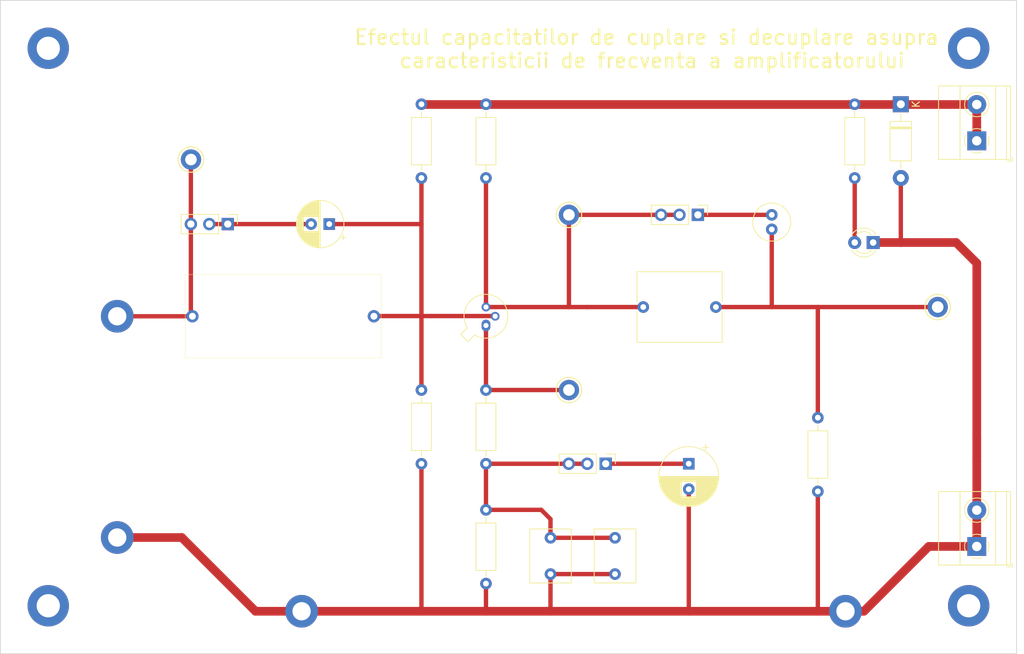
<source format=kicad_pcb>
(kicad_pcb (version 20221018) (generator pcbnew)
  (layers (0 "F.Cu" signal) (31 "B.Cu" signal) (34 "B.Paste" user) (35 "F.Paste" user) (36 "B.SilkS" user "B.Silkscreen") (37 "F.SilkS" user "F.Silkscreen") (38 "B.Mask" user) (39 "F.Mask" user) (44 "Edge.Cuts" user))
  (net 0 "")
  (net 1 "Net-(C11-Pad1)")
  (net 2 "IN")
  (net 3 "Net-(J1-Pad1)")
  (net 4 "Net-(J3-Pad1)")
  (net 5 "GND")
  (net 6 "Net-(Q1-Pad3)")
  (net 7 "Net-(C31-Pad2)")
  (net 8 "Net-(C32-Pad1)")
  (net 9 "Net-(J3-Pad2)")
  (net 10 "Net-(R6-Pad2)")
  (net 11 "Net-(R1-Pad1)")
  (net 12 "Net-(Q1-Pad1)")
  (footprint "TerminalBlock_Phoenix:TerminalBlock_Phoenix_MKDS-1,5-2_1x02_P5.00mm_Horizontal" (layer "F.Cu") (at 218.745 118.07 90)
    (fp_text reference "J5" hide)
    (fp_text value "Screw_Terminal_01x02")
    (pad "1" thru_hole rect (at 0 0 90) (size 2.6 2.6) (drill 1.3) (layers "*.Cu" "*.Mask") (net 5 "GND"))
    (pad "2" thru_hole circle (at 5 0 90) (size 2.6 2.6) (drill 1.3) (layers "*.Cu" "*.Mask") (net 5 "GND"))
  )
  (footprint "Connector_PinHeader_2.54mm:PinHeader_1x03_P2.54mm_Vertical" (layer "F.Cu") (at 180.325 72.39 -90)
    (fp_text reference "J2" hide)
    (fp_text value "Conn_01x03_Male")
    (pad "1" thru_hole rect (at 0 0 270) (size 1.7 1.7) (drill 1) (layers "*.Cu" "*.Mask") (net 8 "Net-(C32-Pad1)"))
    (pad "2" thru_hole oval (at 0 2.54 270) (size 1.7 1.7) (drill 1) (layers "*.Cu" "*.Mask") (net 6 "Net-(Q1-Pad3)"))
    (pad "3" thru_hole oval (at 0 5.08 270) (size 1.7 1.7) (drill 1) (layers "*.Cu" "*.Mask") (net 6 "Net-(Q1-Pad3)"))
  )
  (footprint "User_Footprints_Global:Kesytone TP Multipurpose 5013" (layer "F.Cu") (at 162.56 72.39)
    (fp_text reference "TP2" hide)
    (fp_text value "TestPoint")
    (pad "1" thru_hole circle (at 0 0) (size 2.8 2.8) (drill 1.6) (layers "*.Cu" "*.Mask") (net 6 "Net-(Q1-Pad3)"))
  )
  (footprint "MountingHole:MountingHole_3.2mm_M3_ISO7380_Pad_TopBottom" (layer "F.Cu") (at 90.83 126.24)
    (fp_text reference "H4" hide)
    (fp_text value "MountingHole")
    (pad "1" thru_hole circle (at 0 0) (size 3.6 3.6) (drill 3.2) (layers "*.Cu" "*.Mask"))
    (pad "1" connect circle (at 0 0) (size 5.7 5.7) (layers "F.Cu" "F.Mask"))
    (pad "1" connect circle (at 0 0) (size 5.7 5.7) (layers "B.Cu" "B.Mask"))
  )
  (footprint "Diode_THT:D_DO-41_SOD81_P10.16mm_Horizontal" (layer "F.Cu") (at 208.28 57.15 -90)
    (fp_text reference "D2" hide)
    (fp_text value "1N4001")
    (fp_text user "K" (at 0 -2.1 90) (layer "F.SilkS"))
    (pad "1" thru_hole rect (at 0 0 270) (size 2.2 2.2) (drill 1.1) (layers "*.Cu" "*.Mask") (net 11 "Net-(R1-Pad1)"))
    (pad "2" thru_hole oval (at 10.16 0 270) (size 2.2 2.2) (drill 1.1) (layers "*.Cu" "*.Mask") (net 5 "GND"))
  )
  (footprint "Capacitor_THT:CP_Radial_D6.3mm_P2.50mm" (layer "F.Cu") (at 129.54 73.66 180)
    (fp_text reference "C12" hide)
    (fp_text value "10 uF")
    (pad "1" thru_hole rect (at 0 0 180) (size 1.6 1.6) (drill 0.8) (layers "*.Cu" "*.Mask") (net 1 "Net-(C11-Pad1)"))
    (pad "2" thru_hole circle (at 2.5 0 180) (size 1.6 1.6) (drill 0.8) (layers "*.Cu" "*.Mask") (net 3 "Net-(J1-Pad1)"))
  )
  (footprint "Resistor_THT:R_Axial_DIN0207_L6.3mm_D2.5mm_P10.16mm_Horizontal" (layer "F.Cu") (at 201.93 57.15 -90)
    (fp_text reference "R6" hide)
    (fp_text value "5 k")
    (pad "1" thru_hole circle (at 0 0 270) (size 1.6 1.6) (drill 0.8) (layers "*.Cu" "*.Mask") (net 11 "Net-(R1-Pad1)"))
    (pad "2" thru_hole oval (at 10.16 0 270) (size 1.6 1.6) (drill 0.8) (layers "*.Cu" "*.Mask") (net 10 "Net-(R6-Pad2)"))
  )
  (footprint "MountingHole:MountingHole_3.2mm_M3_ISO7380_Pad_TopBottom" (layer "F.Cu") (at 90.83 49.44)
    (fp_text reference "H2" hide)
    (fp_text value "MountingHole")
    (pad "1" thru_hole circle (at 0 0) (size 3.6 3.6) (drill 3.2) (layers "*.Cu" "*.Mask"))
    (pad "1" connect circle (at 0 0) (size 5.7 5.7) (layers "F.Cu" "F.Mask"))
    (pad "1" connect circle (at 0 0) (size 5.7 5.7) (layers "B.Cu" "B.Mask"))
  )
  (footprint "TerminalBlock_Phoenix:TerminalBlock_Phoenix_MKDS-1,5-2_1x02_P5.00mm_Horizontal" (layer "F.Cu") (at 218.745 62.19 90)
    (fp_text reference "J4" hide)
    (fp_text value "Screw_Terminal_01x02" hide)
    (pad "1" thru_hole rect (at 0 0 90) (size 2.6 2.6) (drill 1.3) (layers "*.Cu" "*.Mask") (net 11 "Net-(R1-Pad1)"))
    (pad "2" thru_hole circle (at 5 0 90) (size 2.6 2.6) (drill 1.3) (layers "*.Cu" "*.Mask") (net 11 "Net-(R1-Pad1)"))
  )
  (footprint "User_Footprints_Global:Cap_160 nF" (layer "F.Cu") (at 123.19 86.36 180)
    (fp_text reference "C11" hide)
    (fp_text value "160 nF")
    (pad "1" thru_hole circle (at -12.5 0 180) (size 1.7 1.7) (drill 0.95) (layers "*.Cu" "*.Mask") (net 1 "Net-(C11-Pad1)"))
    (pad "2" thru_hole circle (at 12.5 0 180) (size 1.7 1.7) (drill 0.95) (layers "*.Cu" "*.Mask") (net 2 "IN"))
  )
  (footprint "Capacitor_THT:C_Rect_L11.5mm_W9.5mm_P10.00mm_MKT" (layer "F.Cu") (at 172.8 85.09)
    (fp_text reference "C31" hide)
    (fp_text value "10 nF")
    (pad "1" thru_hole circle (at 0 0) (size 1.6 1.6) (drill 0.8) (layers "*.Cu" "*.Mask") (net 6 "Net-(Q1-Pad3)"))
    (pad "2" thru_hole circle (at 10 0) (size 1.6 1.6) (drill 0.8) (layers "*.Cu" "*.Mask") (net 7 "Net-(C31-Pad2)"))
  )
  (footprint "User_Footprints_Global:Kesytone TP Multipurpose 5013" (layer "F.Cu") (at 110.49 64.77)
    (fp_text reference "TP1" hide)
    (fp_text value "TestPoint")
    (pad "1" thru_hole circle (at 0 0) (size 2.8 2.8) (drill 1.6) (layers "*.Cu" "*.Mask") (net 2 "IN"))
  )
  (footprint "Connector_PinHeader_2.54mm:PinHeader_1x03_P2.54mm_Vertical" (layer "F.Cu") (at 167.625 106.68 -90)
    (fp_text reference "J3" hide)
    (fp_text value "Conn_01x03_Male")
    (pad "1" thru_hole rect (at 0 0 270) (size 1.7 1.7) (drill 1) (layers "*.Cu" "*.Mask") (net 4 "Net-(J3-Pad1)"))
    (pad "2" thru_hole oval (at 0 2.54 270) (size 1.7 1.7) (drill 1) (layers "*.Cu" "*.Mask") (net 9 "Net-(J3-Pad2)"))
    (pad "3" thru_hole oval (at 0 5.08 270) (size 1.7 1.7) (drill 1) (layers "*.Cu" "*.Mask") (net 9 "Net-(J3-Pad2)"))
  )
  (footprint "User_Footprints_Global:TestPoint" (layer "F.Cu") (at 100.33 86.36)
    (fp_text reference "J6" hide)
    (fp_text value "Conn_01x01_Male" hide)
    (pad "1" thru_hole circle (at 0 0) (size 4.5 4.5) (drill 2.52) (layers "*.Cu" "*.Mask") (net 2 "IN"))
  )
  (footprint "Resistor_THT:R_Axial_DIN0207_L6.3mm_D2.5mm_P10.16mm_Horizontal" (layer "F.Cu") (at 196.85 100.33 -90)
    (fp_text reference "RL1" hide)
    (fp_text value "220 k")
    (pad "1" thru_hole circle (at 0 0 270) (size 1.6 1.6) (drill 0.8) (layers "*.Cu" "*.Mask") (net 7 "Net-(C31-Pad2)"))
    (pad "2" thru_hole oval (at 10.16 0 270) (size 1.6 1.6) (drill 0.8) (layers "*.Cu" "*.Mask") (net 5 "GND"))
  )
  (footprint "Capacitor_THT:C_Rect_L7.2mm_W5.5mm_P5.00mm_FKS2_FKP2_MKS2_MKP2" (layer "F.Cu") (at 160.02 116.88 -90)
    (fp_text reference "C212" hide)
    (fp_text value "470 nF")
    (pad "1" thru_hole circle (at 0 0 270) (size 1.6 1.6) (drill 0.8) (layers "*.Cu" "*.Mask") (net 9 "Net-(J3-Pad2)"))
    (pad "2" thru_hole circle (at 5 0 270) (size 1.6 1.6) (drill 0.8) (layers "*.Cu" "*.Mask") (net 5 "GND"))
  )
  (footprint "MountingHole:MountingHole_3.2mm_M3_ISO7380_Pad_TopBottom" (layer "F.Cu") (at 217.63 49.44)
    (fp_text reference "H3" hide)
    (fp_text value "MountingHole")
    (pad "1" thru_hole circle (at 0 0) (size 3.6 3.6) (drill 3.2) (layers "*.Cu" "*.Mask"))
    (pad "1" connect circle (at 0 0) (size 5.7 5.7) (layers "F.Cu" "F.Mask"))
    (pad "1" connect circle (at 0 0) (size 5.7 5.7) (layers "B.Cu" "B.Mask"))
  )
  (footprint "Resistor_THT:R_Axial_DIN0207_L6.3mm_D2.5mm_P10.16mm_Horizontal" (layer "F.Cu") (at 142.24 96.52 -90)
    (fp_text reference "R2" hide)
    (fp_text value "10 k")
    (pad "1" thru_hole circle (at 0 0 270) (size 1.6 1.6) (drill 0.8) (layers "*.Cu" "*.Mask") (net 1 "Net-(C11-Pad1)"))
    (pad "2" thru_hole oval (at 10.16 0 270) (size 1.6 1.6) (drill 0.8) (layers "*.Cu" "*.Mask") (net 5 "GND"))
  )
  (footprint "User_Footprints_Global:Kesytone TP Multipurpose 5013" (layer "F.Cu") (at 162.56 96.52)
    (fp_text reference "TP3" hide)
    (fp_text value "TestPoint")
    (pad "1" thru_hole circle (at 0 0) (size 2.8 2.8) (drill 1.6) (layers "*.Cu" "*.Mask") (net 12 "Net-(Q1-Pad1)"))
  )
  (footprint "User_Footprints_Global:TestPoint" (layer "F.Cu") (at 200.66 127)
    (fp_text reference "TP5" hide)
    (fp_text value "TestPoint" hide)
    (pad "1" thru_hole circle (at 0 0) (size 4.5 4.5) (drill 2.52) (layers "*.Cu" "*.Mask") (net 5 "GND"))
  )
  (footprint "Connector_PinHeader_2.54mm:PinHeader_1x03_P2.54mm_Vertical" (layer "F.Cu") (at 115.555 73.66 -90)
    (fp_text reference "J1" hide)
    (fp_text value "Conn_01x03_Male")
    (pad "1" thru_hole rect (at 0 0 270) (size 1.7 1.7) (drill 1) (layers "*.Cu" "*.Mask") (net 3 "Net-(J1-Pad1)"))
    (pad "2" thru_hole oval (at 0 2.54 270) (size 1.7 1.7) (drill 1) (layers "*.Cu" "*.Mask") (net 3 "Net-(J1-Pad1)"))
    (pad "3" thru_hole oval (at 0 5.08 270) (size 1.7 1.7) (drill 1) (layers "*.Cu" "*.Mask") (net 2 "IN"))
  )
  (footprint "Resistor_THT:R_Axial_DIN0207_L6.3mm_D2.5mm_P10.16mm_Horizontal" (layer "F.Cu") (at 151.13 113.03 -90)
    (fp_text reference "R4" hide)
    (fp_text value "1 k")
    (pad "1" thru_hole circle (at 0 0 270) (size 1.6 1.6) (drill 0.8) (layers "*.Cu" "*.Mask") (net 9 "Net-(J3-Pad2)"))
    (pad "2" thru_hole oval (at 10.16 0 270) (size 1.6 1.6) (drill 0.8) (layers "*.Cu" "*.Mask") (net 5 "GND"))
  )
  (footprint "Capacitor_THT:CP_Radial_D8.0mm_P3.50mm" (layer "F.Cu") (at 179.07 106.68 -90)
    (fp_text reference "C22" hide)
    (fp_text value "100 uF")
    (pad "1" thru_hole rect (at 0 0 270) (size 1.6 1.6) (drill 0.8) (layers "*.Cu" "*.Mask") (net 4 "Net-(J3-Pad1)"))
    (pad "2" thru_hole circle (at 3.5 0 270) (size 1.6 1.6) (drill 0.8) (layers "*.Cu" "*.Mask") (net 5 "GND"))
  )
  (footprint "Package_TO_SOT_THT:TO-18-3" (layer "F.Cu") (at 151.13 87.63 90)
    (fp_text reference "Q1" hide)
    (fp_text value "BC107A")
    (pad "1" thru_hole oval (at 0 0 90) (size 1.6 1.2) (drill 0.7) (layers "*.Cu" "*.Mask") (net 12 "Net-(Q1-Pad1)"))
    (pad "2" thru_hole oval (at 1.27 1.27 90) (size 1.2 1.2) (drill 0.7) (layers "*.Cu" "*.Mask") (net 1 "Net-(C11-Pad1)"))
    (pad "3" thru_hole oval (at 2.54 0 90) (size 1.2 1.2) (drill 0.7) (layers "*.Cu" "*.Mask") (net 6 "Net-(Q1-Pad3)"))
  )
  (footprint "Resistor_THT:R_Axial_DIN0207_L6.3mm_D2.5mm_P10.16mm_Horizontal" (layer "F.Cu") (at 151.13 96.52 -90)
    (fp_text reference "R3" hide)
    (fp_text value "1 k")
    (pad "1" thru_hole circle (at 0 0 270) (size 1.6 1.6) (drill 0.8) (layers "*.Cu" "*.Mask") (net 12 "Net-(Q1-Pad1)"))
    (pad "2" thru_hole oval (at 10.16 0 270) (size 1.6 1.6) (drill 0.8) (layers "*.Cu" "*.Mask") (net 9 "Net-(J3-Pad2)"))
  )
  (footprint "Resistor_THT:R_Axial_DIN0207_L6.3mm_D2.5mm_P10.16mm_Horizontal" (layer "F.Cu") (at 142.24 57.15 -90)
    (fp_text reference "R1" hide)
    (fp_text value "47 k")
    (pad "1" thru_hole circle (at 0 0 270) (size 1.6 1.6) (drill 0.8) (layers "*.Cu" "*.Mask") (net 11 "Net-(R1-Pad1)"))
    (pad "2" thru_hole oval (at 10.16 0 270) (size 1.6 1.6) (drill 0.8) (layers "*.Cu" "*.Mask") (net 1 "Net-(C11-Pad1)"))
  )
  (footprint "LED_THT:LED_D3.0mm" (layer "F.Cu") (at 204.47 76.2 180)
    (fp_text reference "D1" hide)
    (fp_text value "LED")
    (pad "1" thru_hole rect (at 0 0 180) (size 1.8 1.8) (drill 0.9) (layers "*.Cu" "*.Mask") (net 5 "GND"))
    (pad "2" thru_hole circle (at 2.54 0 180) (size 1.8 1.8) (drill 0.9) (layers "*.Cu" "*.Mask") (net 10 "Net-(R6-Pad2)"))
  )
  (footprint "Capacitor_THT:C_Radial_D5.0mm_H11.0mm_P2.00mm" (layer "F.Cu") (at 190.5 72.39 -90)
    (fp_text reference "C32" hide)
    (fp_text value "2.2 uF")
    (pad "1" thru_hole circle (at 0 0 270) (size 1.6 1.6) (drill 0.8) (layers "*.Cu" "*.Mask") (net 8 "Net-(C32-Pad1)"))
    (pad "2" thru_hole circle (at 2 0 270) (size 1.6 1.6) (drill 0.8) (layers "*.Cu" "*.Mask") (net 7 "Net-(C31-Pad2)"))
  )
  (footprint "Resistor_THT:R_Axial_DIN0207_L6.3mm_D2.5mm_P10.16mm_Horizontal" (layer "F.Cu") (at 151.13 57.15 -90)
    (fp_text reference "R5" hide)
    (fp_text value "5 k")
    (pad "1" thru_hole circle (at 0 0 270) (size 1.6 1.6) (drill 0.8) (layers "*.Cu" "*.Mask") (net 11 "Net-(R1-Pad1)"))
    (pad "2" thru_hole oval (at 10.16 0 270) (size 1.6 1.6) (drill 0.8) (layers "*.Cu" "*.Mask") (net 6 "Net-(Q1-Pad3)"))
  )
  (footprint "User_Footprints_Global:Kesytone TP Multipurpose 5013" (layer "F.Cu") (at 213.36 85.09)
    (fp_text reference "TP4" hide)
    (fp_text value "TestPoint")
    (pad "1" thru_hole circle (at 0 0) (size 2.8 2.8) (drill 1.6) (layers "*.Cu" "*.Mask") (net 7 "Net-(C31-Pad2)"))
  )
  (footprint "MountingHole:MountingHole_3.2mm_M3_ISO7380_Pad_TopBottom" (layer "F.Cu") (at 217.63 126.24)
    (fp_text reference "H1" hide)
    (fp_text value "MountingHole")
    (pad "1" thru_hole circle (at 0 0) (size 3.6 3.6) (drill 3.2) (layers "*.Cu" "*.Mask"))
    (pad "1" connect circle (at 0 0) (size 5.7 5.7) (layers "F.Cu" "F.Mask"))
    (pad "1" connect circle (at 0 0) (size 5.7 5.7) (layers "B.Cu" "B.Mask"))
  )
  (footprint "User_Footprints_Global:TestPoint" (layer "F.Cu") (at 100.33 116.84)
    (fp_text reference "TP7" hide)
    (fp_text value "TestPoint" hide)
    (pad "1" thru_hole circle (at 0 0) (size 4.5 4.5) (drill 2.52) (layers "*.Cu" "*.Mask") (net 5 "GND"))
  )
  (footprint "Capacitor_THT:C_Rect_L7.2mm_W5.5mm_P5.00mm_FKS2_FKP2_MKS2_MKP2" (layer "F.Cu") (at 168.91 116.88 -90)
    (fp_text reference "C211" hide)
    (fp_text value "470 nF")
    (pad "1" thru_hole circle (at 0 0 270) (size 1.6 1.6) (drill 0.8) (layers "*.Cu" "*.Mask") (net 9 "Net-(J3-Pad2)"))
    (pad "2" thru_hole circle (at 5 0 270) (size 1.6 1.6) (drill 0.8) (layers "*.Cu" "*.Mask") (net 5 "GND"))
  )
  (footprint "User_Footprints_Global:TestPoint" (layer "F.Cu") (at 125.73 127)
    (fp_text reference "TP6" hide)
    (fp_text value "TestPoint" hide)
    (pad "1" thru_hole circle (at 0 0) (size 4.5 4.5) (drill 2.52) (layers "*.Cu" "*.Mask") (net 5 "GND"))
  )
  (gr_rect (start 84.23 42.84) (end 224.23 132.84) (stroke (width 0.1)) (fill none) (layer "Edge.Cuts"))
  (gr_text "Efectul capacitatilor de cuplare si decuplare asupra\n caracteristicii de frecventa a amplificatorului" (at 173.26 49.53) (layer "F.SilkS") (effects (font (size 2 2) (thickness 0.3))))
  (segment (start 129.54 73.66) (end 142.24 73.66) (width 0.6) (layer "F.Cu") (net 1))
  (segment (start 142.24 96.52) (end 142.24 86.36) (width 0.6) (layer "F.Cu") (net 1))
  (segment (start 142.24 67.31) (end 142.24 73.66) (width 0.6) (layer "F.Cu") (net 1))
  (segment (start 142.21048 86.33048) (end 143.53952 86.33048) (width 0.6) (layer "F.Cu") (net 1))
  (segment (start 142.21048 86.33048) (end 142.24 86.30096) (width 0.6) (layer "F.Cu") (net 1))
  (segment (start 152.37048 86.33048) (end 152.4 86.36) (width 0.6) (layer "F.Cu") (net 1))
  (segment (start 135.69 86.36) (end 135.71952 86.33048) (width 0.6) (layer "F.Cu") (net 1))
  (segment (start 142.24 86.36) (end 142.21048 86.33048) (width 0.6) (layer "F.Cu") (net 1))
  (segment (start 142.24 86.30096) (end 142.24 73.66) (width 0.6) (layer "F.Cu") (net 1))
  (segment (start 143.53952 86.33048) (end 152.37048 86.33048) (width 0.6) (layer "F.Cu") (net 1))
  (segment (start 135.71952 86.33048) (end 142.21048 86.33048) (width 0.6) (layer "F.Cu") (net 1))
  (segment (start 110.475 73.66) (end 110.475 86.145) (width 0.6) (layer "F.Cu") (net 2))
  (segment (start 110.475 64.785) (end 110.49 64.77) (width 0.6) (layer "F.Cu") (net 2))
  (segment (start 100.33 86.36) (end 110.69 86.36) (width 0.6) (layer "F.Cu") (net 2))
  (segment (start 110.475 86.145) (end 110.69 86.36) (width 0.6) (layer "F.Cu") (net 2))
  (segment (start 110.475 73.66) (end 110.475 64.785) (width 0.6) (layer "F.Cu") (net 2))
  (segment (start 115.555 73.66) (end 127.04 73.66) (width 0.6) (layer "F.Cu") (net 3))
  (segment (start 113.015 73.66) (end 115.555 73.66) (width 0.6) (layer "F.Cu") (net 3))
  (segment (start 167.625 106.68) (end 179.07 106.68) (width 0.6) (layer "F.Cu") (net 4))
  (segment (start 218.745 103.175) (end 218.745 79.045) (width 1.2) (layer "F.Cu") (net 5))
  (segment (start 179.07 127) (end 196.85 127) (width 1.2) (layer "F.Cu") (net 5))
  (segment (start 218.745 79.045) (end 215.9 76.2) (width 1.2) (layer "F.Cu") (net 5))
  (segment (start 160.02 121.88) (end 168.91 121.88) (width 0.6) (layer "F.Cu") (net 5))
  (segment (start 196.85 127) (end 203.2 127) (width 1.2) (layer "F.Cu") (net 5))
  (segment (start 160.02 121.88) (end 160.02 127) (width 0.6) (layer "F.Cu") (net 5))
  (segment (start 179.07 110.18) (end 179.07 127) (width 0.6) (layer "F.Cu") (net 5))
  (segment (start 212.13 118.07) (end 218.745 118.07) (width 1.2) (layer "F.Cu") (net 5))
  (segment (start 218.745 113.07) (end 218.745 106.375) (width 1.2) (layer "F.Cu") (net 5))
  (segment (start 142.24 106.68) (end 142.24 127) (width 0.6) (layer "F.Cu") (net 5))
  (segment (start 208.28 67.31) (end 208.28 76.2) (width 0.6) (layer "F.Cu") (net 5))
  (segment (start 208.28 76.2) (end 204.47 76.2) (width 1.2) (layer "F.Cu") (net 5))
  (segment (start 151.13 127) (end 160.02 127) (width 1.2) (layer "F.Cu") (net 5))
  (segment (start 151.13 123.19) (end 151.13 127) (width 0.6) (layer "F.Cu") (net 5))
  (segment (start 119.38 127) (end 142.24 127) (width 1.2) (layer "F.Cu") (net 5))
  (segment (start 160.02 127) (end 179.07 127) (width 1.2) (layer "F.Cu") (net 5))
  (segment (start 203.2 127) (end 212.13 118.07) (width 1.2) (layer "F.Cu") (net 5))
  (segment (start 196.85 110.49) (end 196.85 127) (width 0.6) (layer "F.Cu") (net 5))
  (segment (start 109.22 116.84) (end 119.38 127) (width 1.2) (layer "F.Cu") (net 5))
  (segment (start 215.9 76.2) (end 208.28 76.2) (width 1.2) (layer "F.Cu") (net 5))
  (segment (start 100.33 116.84) (end 109.22 116.84) (width 1.2) (layer "F.Cu") (net 5))
  (segment (start 218.745 106.375) (end 218.745 103.175) (width 1.2) (layer "F.Cu") (net 5))
  (segment (start 218.745 113.07) (end 218.745 118.07) (width 1.2) (layer "F.Cu") (net 5))
  (segment (start 142.24 127) (end 151.13 127) (width 1.2) (layer "F.Cu") (net 5))
  (segment (start 175.245 72.39) (end 177.785 72.39) (width 0.6) (layer "F.Cu") (net 6))
  (segment (start 151.13 67.31) (end 151.13 85.09) (width 0.6) (layer "F.Cu") (net 6))
  (segment (start 162.56 72.39) (end 175.245 72.39) (width 0.6) (layer "F.Cu") (net 6))
  (segment (start 162.56 72.39) (end 162.56 85.09) (width 0.6) (layer "F.Cu") (net 6))
  (segment (start 165.1 85.09) (end 172.8 85.09) (width 0.6) (layer "F.Cu") (net 6))
  (segment (start 151.13 85.09) (end 162.56 85.09) (width 0.6) (layer "F.Cu") (net 6))
  (segment (start 162.56 85.09) (end 165.1 85.09) (width 0.6) (layer "F.Cu") (net 6))
  (segment (start 196.85 100.33) (end 196.85 85.09) (width 0.6) (layer "F.Cu") (net 7))
  (segment (start 190.5 74.39) (end 190.5 85.09) (width 0.6) (layer "F.Cu") (net 7))
  (segment (start 182.8 85.09) (end 196.85 85.09) (width 0.6) (layer "F.Cu") (net 7))
  (segment (start 196.85 85.09) (end 213.36 85.09) (width 0.6) (layer "F.Cu") (net 7))
  (segment (start 180.325 72.39) (end 190.5 72.39) (width 0.6) (layer "F.Cu") (net 8))
  (segment (start 160.02 116.88) (end 168.91 116.88) (width 0.6) (layer "F.Cu") (net 9))
  (segment (start 160.02 114.3) (end 160.02 116.88) (width 0.6) (layer "F.Cu") (net 9))
  (segment (start 158.75 113.03) (end 160.02 114.3) (width 0.6) (layer "F.Cu") (net 9))
  (segment (start 151.13 106.68) (end 151.13 113.03) (width 0.6) (layer "F.Cu") (net 9))
  (segment (start 162.545 106.68) (end 165.085 106.68) (width 0.6) (layer "F.Cu") (net 9))
  (segment (start 151.13 106.68) (end 162.545 106.68) (width 0.6) (layer "F.Cu") (net 9))
  (segment (start 151.13 113.03) (end 158.75 113.03) (width 0.6) (layer "F.Cu") (net 9))
  (segment (start 201.93 76.2) (end 201.93 67.31) (width 0.6) (layer "F.Cu") (net 10))
  (segment (start 142.28 57.19) (end 142.24 57.15) (width 1.2) (layer "F.Cu") (net 11))
  (segment (start 218.745 57.19) (end 218.745 62.19) (width 1.2) (layer "F.Cu") (net 11))
  (segment (start 218.745 57.19) (end 142.28 57.19) (width 1.2) (layer "F.Cu") (net 11))
  (segment (start 151.13 87.63) (end 151.13 96.52) (width 0.6) (layer "F.Cu") (net 12))
  (segment (start 162.56 96.52) (end 151.13 96.52) (width 0.6) (layer "F.Cu") (net 12))
)
</source>
